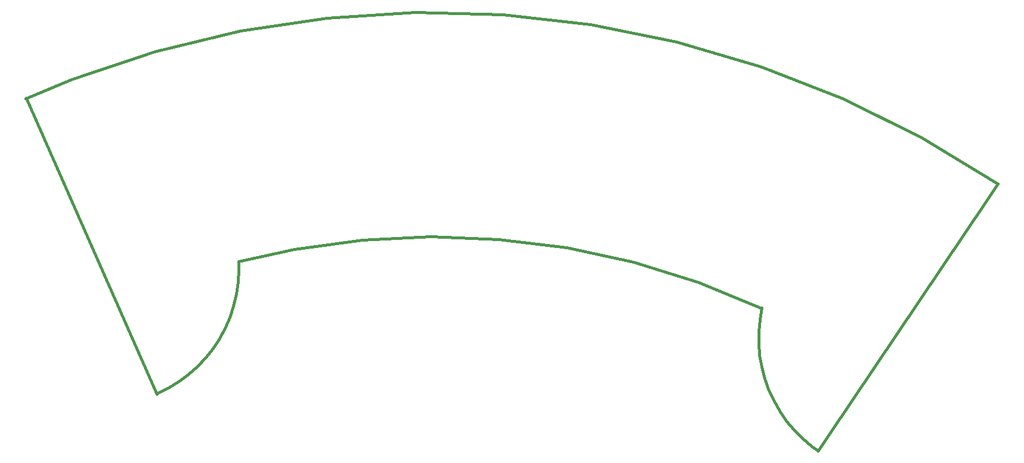
<source format=gbr>
G04 (created by PCBNEW-RS274X (2011-nov-30)-testing) date Mon 09 Apr 2012 08:57:06 PM EDT*
G01*
G70*
G90*
%MOIN*%
G04 Gerber Fmt 3.4, Leading zero omitted, Abs format*
%FSLAX34Y34*%
G04 APERTURE LIST*
%ADD10C,0.006000*%
%ADD11C,0.015000*%
G04 APERTURE END LIST*
G54D10*
G54D11*
X18810Y40894D02*
X18687Y40219D01*
X18624Y39537D01*
X18620Y38852D01*
X18676Y38168D01*
X18792Y37492D01*
X18966Y36829D01*
X19197Y36183D01*
X19484Y35560D01*
X19824Y34964D01*
X20214Y34400D01*
X20652Y33872D01*
X21135Y33385D01*
X21658Y32941D01*
X21990Y32698D01*
X18812Y40880D02*
X15180Y42362D01*
X11432Y43522D01*
X07596Y44351D01*
X03704Y44843D01*
X-00216Y44994D01*
X-04135Y44802D01*
X-08022Y44270D01*
X-11242Y43562D01*
X-15873Y35988D02*
X-15259Y36298D01*
X-14675Y36660D01*
X-14124Y37072D01*
X-13612Y37530D01*
X-13141Y38031D01*
X-12716Y38571D01*
X-12340Y39146D01*
X-12015Y39752D01*
X-11744Y40384D01*
X-11529Y41037D01*
X-11373Y41706D01*
X-11274Y42387D01*
X-11236Y43073D01*
X-11242Y43485D01*
X-15946Y35925D02*
X-23426Y52953D01*
X22046Y32677D02*
X32381Y48032D01*
X32293Y48059D02*
X27982Y50691D01*
X23457Y52937D01*
X18754Y54780D01*
X13908Y56206D01*
X08957Y57204D01*
X03937Y57767D01*
X-01112Y57891D01*
X-06153Y57574D01*
X-11148Y56818D01*
X-16058Y55631D01*
X-20845Y54019D01*
X-23459Y52937D01*
M02*

</source>
